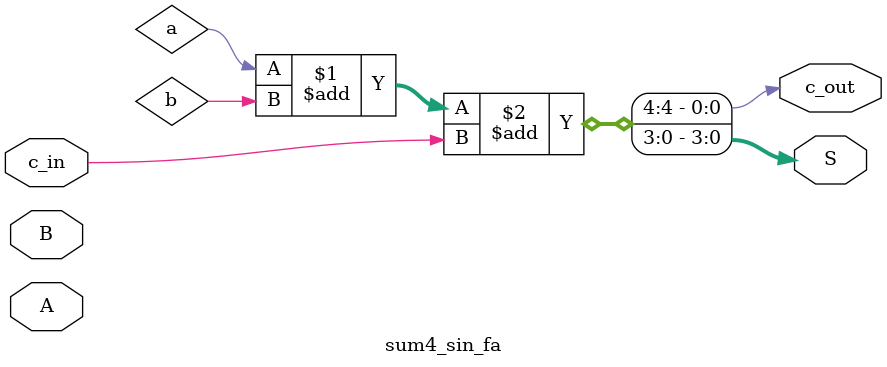
<source format=v>
module sum4_sin_fa(output wire[3:0] S, output wire c_out, input wire[3:0] A, input wire[3:0] B, input wire c_in);// Se hace uso del operador de concatenación:
  assign {c_out, S} = a + b + c_in; // El c_out y el S deben ir en ese orden ya que es el bit más significativo de la operación
endmodule


</source>
